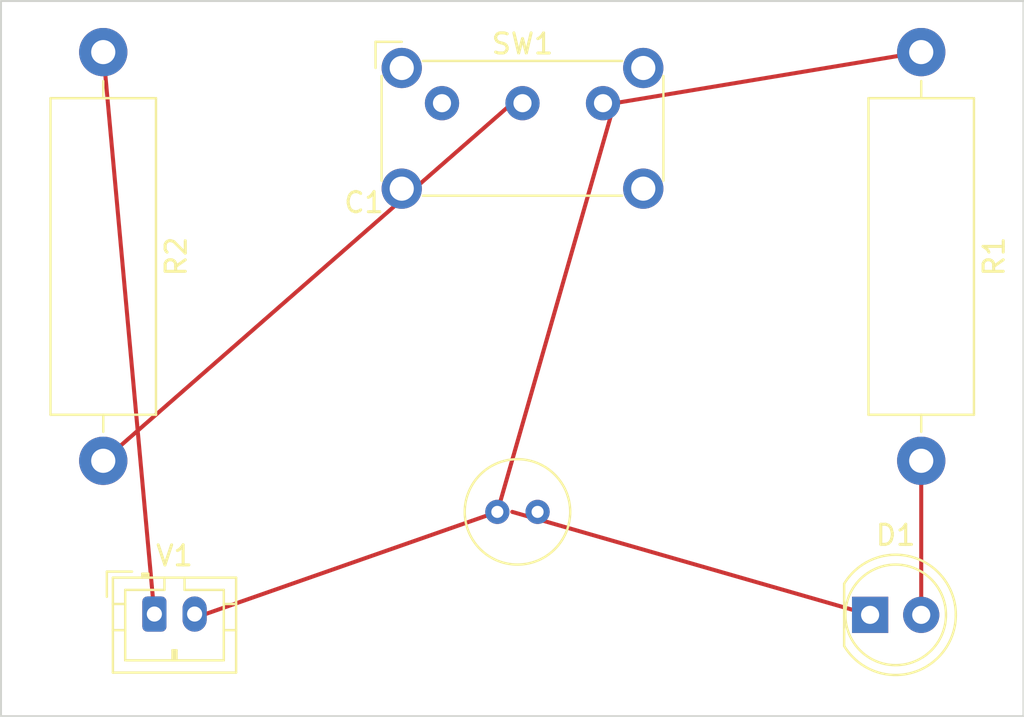
<source format=kicad_pcb>
(kicad_pcb (version 20211014) (generator pcbnew)
  (layers (0 "F.Cu" signal) (31 "B.Cu" signal) (34 "B.Paste" user) (35 "F.Paste" user) (36 "B.SilkS" user "B.Silkscreen") (37 "F.SilkS" user "F.Silkscreen") (38 "B.Mask" user) (39 "F.Mask" user) (44 "Edge.Cuts" user))
  (net 0 "")
  (net 1 "Net-(C1-Pad1)")
  (net 2 "Net-(C1-Pad2)")
  (net 3 "Net-(D1-Pad2)")
  (net 4 "Net-(R2-Pad1)")
  (net 5 "Net-(R2-Pad2)")
  (footprint "Connector_JST:JST_PH_B2B-PH-K_1x02_P2.00mm_Vertical" (layer "F.Cu") (at 116.84 99.06)
    (fp_text reference "V1" (at 1 -2.9) (layer "F.SilkS"))
    (fp_text value "9V")
    (fp_line (start 3.45 -1.2) (end 1.5 -1.2) (layer "F.SilkS") (width 0.12))
    (fp_line (start 0.5 -1.81) (end 0.5 -1.2) (layer "F.SilkS") (width 0.12))
    (fp_line (start 1 2.3) (end 1 1.8) (layer "F.SilkS") (width 0.12))
    (fp_line (start -0.3 -2.01) (end -0.6 -2.01) (layer "F.SilkS") (width 0.12))
    (fp_line (start -2.06 2.91) (end 4.06 2.91) (layer "F.SilkS") (width 0.12))
    (fp_line (start 0.5 -1.2) (end -1.45 -1.2) (layer "F.SilkS") (width 0.12))
    (fp_line (start 0.9 1.8) (end 1.1 1.8) (layer "F.SilkS") (width 0.12))
    (fp_line (start 1.5 -1.2) (end 1.5 -1.81) (layer "F.SilkS") (width 0.12))
    (fp_line (start -1.11 -2.11) (end -2.36 -2.11) (layer "F.SilkS") (width 0.12))
    (fp_line (start 1.1 1.8) (end 1.1 2.3) (layer "F.SilkS") (width 0.12))
    (fp_line (start -1.45 2.3) (end 3.45 2.3) (layer "F.SilkS") (width 0.12))
    (fp_line (start -2.06 0.8) (end -1.45 0.8) (layer "F.SilkS") (width 0.12))
    (fp_line (start 4.06 -1.81) (end -2.06 -1.81) (layer "F.SilkS") (width 0.12))
    (fp_line (start -2.06 -1.81) (end -2.06 2.91) (layer "F.SilkS") (width 0.12))
    (fp_line (start -0.6 -2.01) (end -0.6 -1.81) (layer "F.SilkS") (width 0.12))
    (fp_line (start -2.36 -2.11) (end -2.36 -0.86) (layer "F.SilkS") (width 0.12))
    (fp_line (start 4.06 -0.5) (end 3.45 -0.5) (layer "F.SilkS") (width 0.12))
    (fp_line (start -0.3 -1.91) (end -0.6 -1.91) (layer "F.SilkS") (width 0.12))
    (fp_line (start -1.45 -1.2) (end -1.45 2.3) (layer "F.SilkS") (width 0.12))
    (fp_line (start 4.06 0.8) (end 3.45 0.8) (layer "F.SilkS") (width 0.12))
    (fp_line (start 4.06 2.91) (end 4.06 -1.81) (layer "F.SilkS") (width 0.12))
    (fp_line (start 3.45 2.3) (end 3.45 -1.2) (layer "F.SilkS") (width 0.12))
    (fp_line (start 0.9 2.3) (end 0.9 1.8) (layer "F.SilkS") (width 0.12))
    (fp_line (start -0.3 -1.81) (end -0.3 -2.01) (layer "F.SilkS") (width 0.12))
    (fp_line (start -2.06 -0.5) (end -1.45 -0.5) (layer "F.SilkS") (width 0.12))
    (pad "1" thru_hole roundrect (at 0 0) (size 1.2 1.75) (drill 0.75) (layers *.Cu *.Mask) (roundrect_rratio 0.208333) (net 4 "Net-(R2-Pad1)"))
    (pad "2" thru_hole oval (at 2 0) (size 1.2 1.75) (drill 0.75) (layers *.Cu *.Mask) (net 2 "Net-(C1-Pad2)"))
  )
  (footprint "Resistor_THT:R_Axial_DIN0516_L15.5mm_D5.0mm_P20.32mm_Horizontal" (layer "F.Cu") (at 154.94 71.12 -90)
    (fp_text reference "R1" (at 10.16 -3.62 90) (layer "F.SilkS"))
    (fp_text value "20 KOhms")
    (fp_line (start 2.29 -2.62) (end 2.29 2.62) (layer "F.SilkS") (width 0.12))
    (fp_line (start 1.44 0) (end 2.29 0) (layer "F.SilkS") (width 0.12))
    (fp_line (start 2.29 2.62) (end 18.03 2.62) (layer "F.SilkS") (width 0.12))
    (fp_line (start 18.88 0) (end 18.03 0) (layer "F.SilkS") (width 0.12))
    (fp_line (start 18.03 2.62) (end 18.03 -2.62) (layer "F.SilkS") (width 0.12))
    (fp_line (start 18.03 -2.62) (end 2.29 -2.62) (layer "F.SilkS") (width 0.12))
    (pad "1" thru_hole circle (at 0 0 270) (size 2.4 2.4) (drill 1.2) (layers *.Cu *.Mask) (net 1 "Net-(C1-Pad1)"))
    (pad "2" thru_hole oval (at 20.32 0 270) (size 2.4 2.4) (drill 1.2) (layers *.Cu *.Mask) (net 3 "Net-(D1-Pad2)"))
  )
  (footprint "Capacitor_THT:C_Radial_D5.0mm_H5.0mm_P2.00mm" (layer "F.Cu") (at 133.88 93.98)
    (fp_text reference "C1" (at -6.625 -15.38) (layer "F.SilkS"))
    (fp_text value "4.7 uF")
    (fp_circle (center 1 0) (end 3.62 0) (layer "F.SilkS") (width 0.12) (fill none))
    (pad "1" thru_hole circle (at 0 0) (size 1.2 1.2) (drill 0.6) (layers *.Cu *.Mask) (net 1 "Net-(C1-Pad1)"))
    (pad "2" thru_hole circle (at 2 0) (size 1.2 1.2) (drill 0.6) (layers *.Cu *.Mask) (net 2 "Net-(C1-Pad2)"))
  )
  (footprint "Resistor_THT:R_Axial_DIN0516_L15.5mm_D5.0mm_P20.32mm_Horizontal" (layer "F.Cu") (at 114.3 71.12 -90)
    (fp_text reference "R2" (at 10.16 -3.62 90) (layer "F.SilkS"))
    (fp_text value "2.2 KOhms")
    (fp_line (start 18.88 0) (end 18.03 0) (layer "F.SilkS") (width 0.12))
    (fp_line (start 2.29 -2.62) (end 2.29 2.62) (layer "F.SilkS") (width 0.12))
    (fp_line (start 1.44 0) (end 2.29 0) (layer "F.SilkS") (width 0.12))
    (fp_line (start 18.03 -2.62) (end 2.29 -2.62) (layer "F.SilkS") (width 0.12))
    (fp_line (start 2.29 2.62) (end 18.03 2.62) (layer "F.SilkS") (width 0.12))
    (fp_line (start 18.03 2.62) (end 18.03 -2.62) (layer "F.SilkS") (width 0.12))
    (pad "1" thru_hole circle (at 0 0 270) (size 2.4 2.4) (drill 1.2) (layers *.Cu *.Mask) (net 4 "Net-(R2-Pad1)"))
    (pad "2" thru_hole oval (at 20.32 0 270) (size 2.4 2.4) (drill 1.2) (layers *.Cu *.Mask) (net 5 "Net-(R2-Pad2)"))
  )
  (footprint "LED_THT:LED_D5.0mm" (layer "F.Cu") (at 152.4 99.099944)
    (fp_text reference "D1" (at 1.27 -3.96) (layer "F.SilkS"))
    (fp_text value "LED")
    (fp_line (start -1.29 -1.545) (end -1.29 1.545) (layer "F.SilkS") (width 0.12))
    (fp_arc (start 4.26 -0.000462) (mid 2.072002 2.880433) (end -1.29 1.54483) (layer "F.SilkS") (width 0.12))
    (fp_arc (start -1.29 -1.54483) (mid 2.072002 -2.880433) (end 4.26 0.000462) (layer "F.SilkS") (width 0.12))
    (fp_circle (center 1.27 0) (end 3.77 0) (layer "F.SilkS") (width 0.12) (fill none))
    (pad "1" thru_hole rect (at 0 0) (size 1.8 1.8) (drill 0.9) (layers *.Cu *.Mask) (net 2 "Net-(C1-Pad2)"))
    (pad "2" thru_hole circle (at 2.54 0) (size 1.8 1.8) (drill 0.9) (layers *.Cu *.Mask) (net 3 "Net-(D1-Pad2)"))
  )
  (footprint "Button_Switch_THT:SW_E-Switch_EG1224_SPDT_Angled" (layer "F.Cu") (at 131.13 73.66)
    (fp_text reference "SW1" (at 4 -2.95) (layer "F.SilkS"))
    (fp_text value "SW_SPDT")
    (fp_line (start 11 -1.35) (end 11 3.85) (layer "F.SilkS") (width 0.12))
    (fp_line (start -3.3 -1.75) (end -3.3 -3.05) (layer "F.SilkS") (width 0.12))
    (fp_line (start 8.95 4.6) (end -0.95 4.6) (layer "F.SilkS") (width 0.12))
    (fp_line (start -3 3.85) (end -3 -1.35) (layer "F.SilkS") (width 0.12))
    (fp_line (start -3.3 -3.05) (end -2 -3.05) (layer "F.SilkS") (width 0.12))
    (fp_line (start -0.95 -2.1) (end 8.95 -2.1) (layer "F.SilkS") (width 0.12))
    (pad "" thru_hole circle (at 10 -1.75) (size 2 2) (drill 1.2) (layers *.Cu *.Mask))
    (pad "" thru_hole circle (at -2 -1.75) (size 2 2) (drill 1.2) (layers *.Cu *.Mask))
    (pad "" thru_hole circle (at -2 4.25) (size 2 2) (drill 1.2) (layers *.Cu *.Mask))
    (pad "" thru_hole circle (at 10 4.25) (size 2 2) (drill 1.2) (layers *.Cu *.Mask))
    (pad "1" thru_hole circle (at 0 0) (size 1.7 1.7) (drill 0.9) (layers *.Cu *.Mask))
    (pad "2" thru_hole circle (at 4 0) (size 1.7 1.7) (drill 0.9) (layers *.Cu *.Mask) (net 5 "Net-(R2-Pad2)"))
    (pad "3" thru_hole circle (at 8 0) (size 1.7 1.7) (drill 0.9) (layers *.Cu *.Mask) (net 1 "Net-(C1-Pad1)"))
  )
  (gr_line (start 139.7 73.66) (end 154.94 71.12) (layer "F.Cu") (width 0.2))
  (gr_line (start 152.4 99.099944) (end 134.62 93.98) (layer "F.Cu") (width 0.2))
  (gr_line (start 114.3 71.12) (end 116.84 99.06) (layer "F.Cu") (width 0.2))
  (gr_line (start 119.38 99.06) (end 133.88 93.98) (layer "F.Cu") (width 0.2))
  (gr_line (start 139.7 73.66) (end 133.88 93.98) (layer "F.Cu") (width 0.2))
  (gr_line (start 154.94 99.06) (end 154.94 91.44) (layer "F.Cu") (width 0.2))
  (gr_line (start 114.3 91.44) (end 134.62 73.66) (layer "F.Cu") (width 0.2))
  (gr_rect (start 109.22 68.58) (end 160.02 104.14) (layer "Edge.Cuts") (width 0.1) (fill none))
)
</source>
